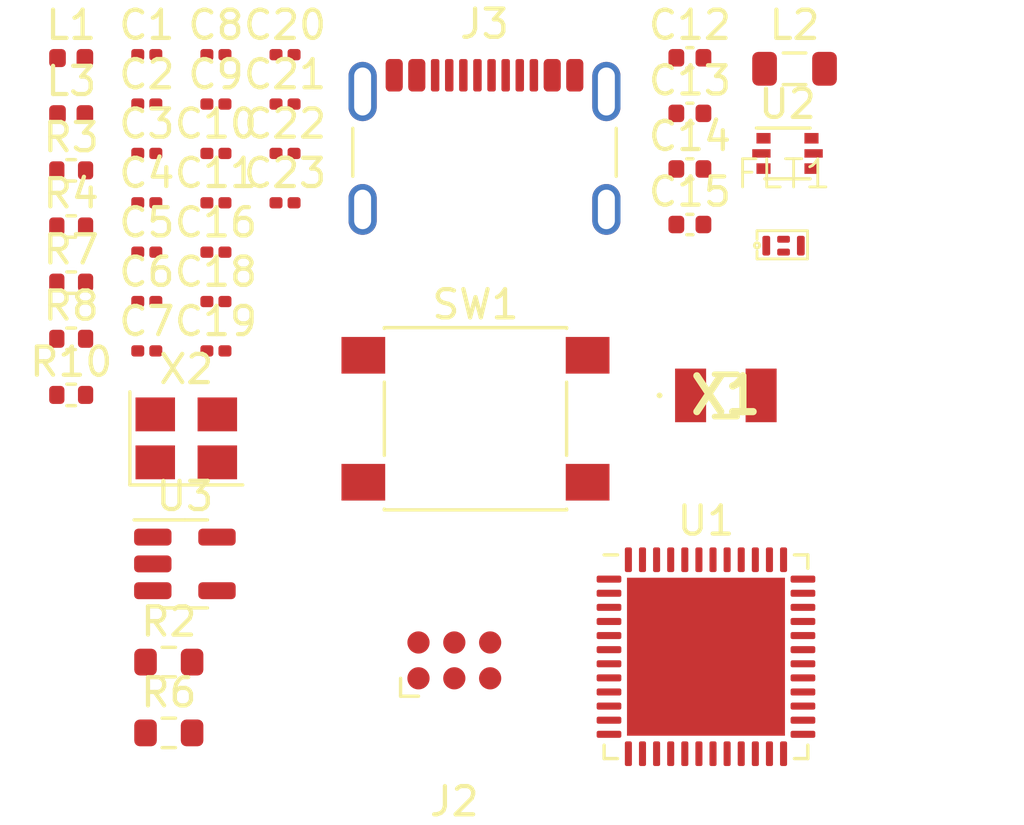
<source format=kicad_pcb>
(kicad_pcb (version 20221018) (generator pcbnew)
  (layers (0 "F.Cu" signal) (31 "B.Cu" signal) (34 "B.Paste" user) (35 "F.Paste" user) (36 "B.SilkS" user "B.Silkscreen") (37 "F.SilkS" user "F.Silkscreen") (38 "B.Mask" user) (39 "F.Mask" user) (44 "Edge.Cuts" user))
  (net 0 "")
  (net 1 "BNO_BOOTN")
  (net 2 "NRST")
  (net 3 "/SMPSFB")
  (net 4 "/LSE_OUT")
  (net 5 "/LSE_IN")
  (net 6 "RF1")
  (net 7 "Net-(C15-Pad1)")
  (net 8 "Net-(U1-NRST)")
  (net 9 "Net-(U2-VBUS)")
  (net 10 "Net-(U5-CAP)")
  (net 11 "Net-(J2-SWDIO)")
  (net 12 "Net-(J2-SWCLK)")
  (net 13 "Net-(J2-SWO)")
  (net 14 "Net-(J3-CC1)")
  (net 15 "Net-(J3-D+-PadA6)")
  (net 16 "Net-(J3-D--PadA7)")
  (net 18 "Net-(J3-CC2)")
  (net 20 "/SMPSLX")
  (net 21 "/SMPSLXL")
  (net 22 "/BOOT_0")
  (net 23 "I2C1_SCL")
  (net 24 "I2C1_SDA")
  (net 25 "Net-(U5-~{BOOT})")
  (net 27 "BNO_NRST")
  (net 28 "BNO_NINT")
  (net 36 "/HSE_OUT")
  (net 37 "/HSE_IN")
  (net 44 "USB_D-")
  (net 45 "USB_D+")
  (footprint "Capacitor_SMD:C_0201_0603Metric" (layer "F.Cu") (at 18.07 21.1125)
    (fp_text reference "C4" (at 0 -1.05) (layer "F.SilkS"))
    (fp_text value "100n")
    (pad "1" smd roundrect (at -0.32 0) (size 0.46 0.4) (layers "F.Cu" "F.Mask") (net 1 "BNO_BOOTN"))
    (pad "2" smd roundrect (at 0.32 0) (size 0.46 0.4) (layers "F.Cu" "F.Mask") (net 2 "NRST"))
  )
  (footprint "Resistor_SMD:R_0402_1005Metric" (layer "F.Cu") (at 15.39 27.9225)
    (fp_text reference "R10" (at 0 -1.17) (layer "F.SilkS"))
    (fp_text value "10k")
    (fp_line (start -0.153641 -0.38) (end 0.153641 -0.38) (stroke (width 0.12)) (layer "F.SilkS"))
    (fp_line (start -0.153641 0.38) (end 0.153641 0.38) (stroke (width 0.12)) (layer "F.SilkS"))
    (pad "1" smd roundrect (at -0.51 0) (size 0.54 0.64) (layers "F.Cu" "F.Paste" "F.Mask") (net 25 "Net-(U5-~{BOOT})"))
    (pad "2" smd roundrect (at 0.51 0) (size 0.54 0.64) (layers "F.Cu" "F.Paste" "F.Mask") (net 1 "BNO_BOOTN"))
  )
  (footprint "Package_TO_SOT_SMD:SOT-666" (layer "F.Cu") (at 40.78 19.3625)
    (fp_text reference "U2" (at 0 -1.75) (layer "F.SilkS"))
    (fp_text value "USBLC6-2P6")
    (fp_line (start -0.8 0.9) (end 0.8 0.9) (stroke (width 0.12)) (layer "F.SilkS"))
    (fp_line (start 0.8 -0.9) (end -1.1 -0.9) (stroke (width 0.12)) (layer "F.SilkS"))
    (pad "1" smd rect (at -0.85 -0.5375) (size 0.5 0.375) (layers "F.Cu" "F.Paste" "F.Mask") (net 16 "Net-(J3-D--PadA7)"))
    (pad "2" smd rect (at -0.925 0) (size 0.65 0.3) (layers "F.Cu" "F.Paste" "F.Mask") (net 2 "NRST"))
    (pad "3" smd rect (at -0.85 0.5375) (size 0.5 0.375) (layers "F.Cu" "F.Paste" "F.Mask") (net 15 "Net-(J3-D+-PadA6)"))
    (pad "4" smd rect (at 0.85 0.5375) (size 0.5 0.375) (layers "F.Cu" "F.Paste" "F.Mask") (net 45 "USB_D+"))
    (pad "5" smd rect (at 0.925 0) (size 0.65 0.3) (layers "F.Cu" "F.Paste" "F.Mask") (net 9 "Net-(U2-VBUS)"))
    (pad "6" smd rect (at 0.85 -0.5375) (size 0.5 0.375) (layers "F.Cu" "F.Paste" "F.Mask") (net 44 "USB_D-"))
  )
  (footprint "Inductor_SMD:L_0805_2012Metric" (layer "F.Cu") (at 41.03 16.3625)
    (fp_text reference "L2" (at 0 -1.55) (layer "F.SilkS"))
    (fp_text value "10u")
    (fp_line (start -0.399622 -0.56) (end 0.399622 -0.56) (stroke (width 0.12)) (layer "F.SilkS"))
    (fp_line (start -0.399622 0.56) (end 0.399622 0.56) (stroke (width 0.12)) (layer "F.SilkS"))
    (pad "1" smd roundrect (at -1.0625 0) (size 0.875 1.2) (layers "F.Cu" "F.Paste" "F.Mask") (net 21 "/SMPSLXL"))
    (pad "2" smd roundrect (at 1.0625 0) (size 0.875 1.2) (layers "F.Cu" "F.Paste" "F.Mask") (net 3 "/SMPSFB"))
  )
  (footprint "Capacitor_SMD:C_0201_0603Metric" (layer "F.Cu") (at 18.07 24.6125)
    (fp_text reference "C6" (at 0 -1.05) (layer "F.SilkS"))
    (fp_text value "100n")
    (pad "1" smd roundrect (at -0.32 0) (size 0.46 0.4) (layers "F.Cu" "F.Mask") (net 1 "BNO_BOOTN"))
    (pad "2" smd roundrect (at 0.32 0) (size 0.46 0.4) (layers "F.Cu" "F.Mask") (net 2 "NRST"))
  )
  (footprint "Capacitor_SMD:C_0201_0603Metric" (layer "F.Cu") (at 18.07 15.8625)
    (fp_text reference "C1" (at 0 -1.05) (layer "F.SilkS"))
    (fp_text value "100n")
    (pad "1" smd roundrect (at -0.32 0) (size 0.46 0.4) (layers "F.Cu" "F.Mask") (net 1 "BNO_BOOTN"))
    (pad "2" smd roundrect (at 0.32 0) (size 0.46 0.4) (layers "F.Cu" "F.Mask") (net 2 "NRST"))
  )
  (footprint "Inductor_SMD:L_0402_1005Metric" (layer "F.Cu") (at 15.39 17.9725)
    (fp_text reference "L3" (at 0 -1.17) (layer "F.SilkS"))
    (fp_text value "2n7")
    (pad "1" smd roundrect (at -0.485 0) (size 0.59 0.64) (layers "F.Cu" "F.Paste" "F.Mask") (net 6 "RF1"))
    (pad "2" smd roundrect (at 0.485 0) (size 0.59 0.64) (layers "F.Cu" "F.Paste" "F.Mask") (net 7 "Net-(C15-Pad1)"))
  )
  (footprint "830009678:830009678" (layer "F.Cu") (at 38.595 27.94)
    (fp_text reference "X1" (at 0 0) (layer "F.SilkS") (effects (font (size 1.27 1.27) (thickness 0.254))))
    (fp_text value "32KHz768" hide)
    (fp_line (start -2.4 0) (end -2.4 0) (stroke (width 0.1)) (layer "F.SilkS"))
    (fp_line (start -2.3 0) (end -2.3 0) (stroke (width 0.1)) (layer "F.SilkS"))
    (fp_line (start -0.4 -0.75) (end 0.4 -0.75) (stroke (width 0.2)) (layer "F.SilkS"))
    (fp_line (start -0.4 0.75) (end 0.4 0.75) (stroke (width 0.2)) (layer "F.SilkS"))
    (fp_arc (start -2.4 0) (mid -2.35 -0.05) (end -2.3 0) (stroke (width 0.1)) (layer "F.SilkS"))
    (fp_arc (start -2.3 0) (mid -2.35 0.05) (end -2.4 0) (stroke (width 0.1)) (layer "F.SilkS"))
    (pad "1" smd rect (at -1.25 0) (size 1.1 1.9) (layers "F.Cu" "F.Paste" "F.Mask") (net 4 "/LSE_OUT"))
    (pad "2" smd rect (at 1.25 0) (size 1.1 1.9) (layers "F.Cu" "F.Paste" "F.Mask") (net 5 "/LSE_IN"))
  )
  (footprint "Resistor_SMD:R_0402_1005Metric" (layer "F.Cu") (at 15.39 21.9525)
    (fp_text reference "R4" (at 0 -1.17) (layer "F.SilkS"))
    (fp_text value "5k1")
    (fp_line (start -0.153641 -0.38) (end 0.153641 -0.38) (stroke (width 0.12)) (layer "F.SilkS"))
    (fp_line (start -0.153641 0.38) (end 0.153641 0.38) (stroke (width 0.12)) (layer "F.SilkS"))
    (pad "1" smd roundrect (at -0.51 0) (size 0.54 0.64) (layers "F.Cu" "F.Paste" "F.Mask") (net 14 "Net-(J3-CC1)"))
    (pad "2" smd roundrect (at 0.51 0) (size 0.54 0.64) (layers "F.Cu" "F.Paste" "F.Mask") (net 2 "NRST"))
  )
  (footprint "Capacitor_SMD:C_0201_0603Metric" (layer "F.Cu") (at 22.97 15.8625)
    (fp_text reference "C20" (at 0 -1.05) (layer "F.SilkS"))
    (fp_text value "0u1")
    (pad "1" smd roundrect (at -0.32 0) (size 0.46 0.4) (layers "F.Cu" "F.Mask") (net 1 "BNO_BOOTN"))
    (pad "2" smd roundrect (at 0.32 0) (size 0.46 0.4) (layers "F.Cu" "F.Mask") (net 2 "NRST"))
  )
  (footprint "Capacitor_SMD:C_0402_1005Metric" (layer "F.Cu") (at 37.32 21.8825)
    (fp_text reference "C15" (at 0 -1.16) (layer "F.SilkS"))
    (fp_text value "0p3")
    (fp_line (start -0.107836 -0.36) (end 0.107836 -0.36) (stroke (width 0.12)) (layer "F.SilkS"))
    (fp_line (start -0.107836 0.36) (end 0.107836 0.36) (stroke (width 0.12)) (layer "F.SilkS"))
    (pad "1" smd roundrect (at -0.48 0) (size 0.56 0.62) (layers "F.Cu" "F.Paste" "F.Mask") (net 7 "Net-(C15-Pad1)"))
    (pad "2" smd roundrect (at 0.48 0) (size 0.56 0.62) (layers "F.Cu" "F.Paste" "F.Mask") (net 2 "NRST"))
  )
  (footprint "Resistor_SMD:R_0402_1005Metric" (layer "F.Cu") (at 15.39 19.9625)
    (fp_text reference "R3" (at 0 -1.17) (layer "F.SilkS"))
    (fp_text value "5k1")
    (fp_line (start -0.153641 -0.38) (end 0.153641 -0.38) (stroke (width 0.12)) (layer "F.SilkS"))
    (fp_line (start -0.153641 0.38) (end 0.153641 0.38) (stroke (width 0.12)) (layer "F.SilkS"))
    (pad "1" smd roundrect (at -0.51 0) (size 0.54 0.64) (layers "F.Cu" "F.Paste" "F.Mask") (net 18 "Net-(J3-CC2)"))
    (pad "2" smd roundrect (at 0.51 0) (size 0.54 0.64) (layers "F.Cu" "F.Paste" "F.Mask") (net 2 "NRST"))
  )
  (footprint "Capacitor_SMD:C_0201_0603Metric" (layer "F.Cu") (at 20.52 22.8625)
    (fp_text reference "C16" (at 0 -1.05) (layer "F.SilkS"))
    (fp_text value "100n")
    (pad "1" smd roundrect (at -0.32 0) (size 0.46 0.4) (layers "F.Cu" "F.Mask") (net 8 "Net-(U1-NRST)"))
    (pad "2" smd roundrect (at 0.32 0) (size 0.46 0.4) (layers "F.Cu" "F.Mask") (net 2 "NRST"))
  )
  (footprint "Capacitor_SMD:C_0201_0603Metric" (layer "F.Cu") (at 20.52 21.1125)
    (fp_text reference "C11" (at 0 -1.05) (layer "F.SilkS"))
    (fp_text value "4u7")
    (pad "1" smd roundrect (at -0.32 0) (size 0.46 0.4) (layers "F.Cu" "F.Mask") (net 3 "/SMPSFB"))
    (pad "2" smd roundrect (at 0.32 0) (size 0.46 0.4) (layers "F.Cu" "F.Mask") (net 2 "NRST"))
  )
  (footprint "Capacitor_SMD:C_0402_1005Metric" (layer "F.Cu") (at 37.32 17.9425)
    (fp_text reference "C13" (at 0 -1.16) (layer "F.SilkS"))
    (fp_text value "10p")
    (fp_line (start -0.107836 -0.36) (end 0.107836 -0.36) (stroke (width 0.12)) (layer "F.SilkS"))
    (fp_line (start -0.107836 0.36) (end 0.107836 0.36) (stroke (width 0.12)) (layer "F.SilkS"))
    (pad "1" smd roundrect (at -0.48 0) (size 0.56 0.62) (layers "F.Cu" "F.Paste" "F.Mask") (net 5 "/LSE_IN"))
    (pad "2" smd roundrect (at 0.48 0) (size 0.56 0.62) (layers "F.Cu" "F.Paste" "F.Mask") (net 2 "NRST"))
  )
  (footprint "Connector_USB:USB_C_Receptacle_GCT_USB4105-xx-A_16P_TopMnt_Horizontal" (layer "F.Cu") (at 30.04 20.2725)
    (fp_text reference "J3" (at 0 -5.5 unlocked) (layer "F.SilkS"))
    (fp_text value "USB_C_Receptacle_USB2.0")
    (fp_line (start -4.67 -0.1) (end -4.67 -1.8) (stroke (width 0.12)) (layer "F.SilkS"))
    (fp_line (start 4.67 -0.1) (end 4.67 -1.8) (stroke (width 0.12)) (layer "F.SilkS"))
    (pad "" np_thru_hole circle (at -2.89 -2.605) (size 0.65 0.65) (drill 0.65) (layers "F&B.Cu" "*.Mask"))
    (pad "" np_thru_hole circle (at 2.89 -2.605) (size 0.65 0.65) (drill 0.65) (layers "F&B.Cu" "*.Mask"))
    (pad "A1" smd roundrect (at -3.2 -3.68) (size 0.6 1.15) (layers "F.Cu" "F.Paste" "F.Mask") (net 2 "NRST"))
    (pad "A4" smd roundrect (at -2.4 -3.68) (size 0.6 1.15) (layers "F.Cu" "F.Paste" "F.Mask") (net 9 "Net-(U2-VBUS)"))
    (pad "A5" smd roundrect (at -1.25 -3.68) (size 0.3 1.15) (layers "F.Cu" "F.Paste" "F.Mask") (net 14 "Net-(J3-CC1)"))
    (pad "A6" smd roundrect (at -0.25 -3.68) (size 0.3 1.15) (layers "F.Cu" "F.Paste" "F.Mask") (net 15 "Net-(J3-D+-PadA6)"))
    (pad "A7" smd roundrect (at 0.25 -3.68) (size 0.3 1.15) (layers "F.Cu" "F.Paste" "F.Mask") (net 16 "Net-(J3-D--PadA7)"))
    (pad "A8" smd roundrect (at 1.25 -3.68) (size 0.3 1.15) (layers "F.Cu" "F.Paste" "F.Mask"))
    (pad "A9" smd roundrect (at 2.4 -3.68) (size 0.6 1.15) (layers "F.Cu" "F.Paste" "F.Mask") (net 9 "Net-(U2-VBUS)"))
    (pad "A12" smd roundrect (at 3.2 -3.68) (size 0.6 1.15) (layers "F.Cu" "F.Paste" "F.Mask") (net 2 "NRST"))
    (pad "B1" smd roundrect (at 3.2 -3.68) (size 0.6 1.15) (layers "F.Cu" "F.Paste" "F.Mask") (net 2 "NRST"))
    (pad "B4" smd roundrect (at 2.4 -3.68) (size 0.6 1.15) (layers "F.Cu" "F.Paste" "F.Mask") (net 9 "Net-(U2-VBUS)"))
    (pad "B5" smd roundrect (at 1.75 -3.68) (size 0.3 1.15) (layers "F.Cu" "F.Paste" "F.Mask") (net 18 "Net-(J3-CC2)"))
    (pad "B6" smd roundrect (at 0.75 -3.68) (size 0.3 1.15) (layers "F.Cu" "F.Paste" "F.Mask") (net 15 "Net-(J3-D+-PadA6)"))
    (pad "B7" smd roundrect (at -0.75 -3.68) (size 0.3 1.15) (layers "F.Cu" "F.Paste" "F.Mask") (net 16 "Net-(J3-D--PadA7)"))
    (pad "B8" smd roundrect (at -1.75 -3.68) (size 0.3 1.15) (layers "F.Cu" "F.Paste" "F.Mask"))
    (pad "B9" smd roundrect (at -2.4 -3.68) (size 0.6 1.15) (layers "F.Cu" "F.Paste" "F.Mask") (net 9 "Net-(U2-VBUS)"))
    (pad "B12" smd roundrect (at -3.2 -3.68) (size 0.6 1.15) (layers "F.Cu" "F.Paste" "F.Mask") (net 2 "NRST"))
    (pad "S1" thru_hole oval (at -4.32 -3.105) (size 1 2.1) (drill oval 0.6 1.7) (layers "*.Cu" "*.Mask" "F.Paste") (net 2 "NRST"))
    (pad "S1" thru_hole oval (at -4.32 1.075) (size 1 1.8) (drill oval 0.6 1.4) (layers "*.Cu" "*.Mask" "F.Paste") (net 2 "NRST"))
    (pad "S1" thru_hole oval (at 4.32 -3.105) (size 1 2.1) (drill oval 0.6 1.7) (layers "*.Cu" "*.Mask" "F.Paste") (net 2 "NRST"))
    (pad "S1" thru_hole oval (at 4.32 1.075) (size 1 1.8) (drill oval 0.6 1.4) (layers "*.Cu" "*.Mask" "F.Paste") (net 2 "NRST"))
  )
  (footprint "Resistor_SMD:R_0402_1005Metric" (layer "F.Cu") (at 15.39 25.9325)
    (fp_text reference "R8" (at 0 -1.17) (layer "F.SilkS"))
    (fp_text value "2k2")
    (fp_line (start -0.153641 -0.38) (end 0.153641 -0.38) (stroke (width 0.12)) (layer "F.SilkS"))
    (fp_line (start -0.153641 0.38) (end 0.153641 0.38) (stroke (width 0.12)) (layer "F.SilkS"))
    (pad "1" smd roundrect (at -0.51 0) (size 0.54 0.64) (layers "F.Cu" "F.Paste" "F.Mask") (net 1 "BNO_BOOTN"))
    (pad "2" smd roundrect (at 0.51 0) (size 0.54 0.64) (layers "F.Cu" "F.Paste" "F.Mask") (net 24 "I2C1_SDA"))
  )
  (footprint "Resistor_SMD:R_0603_1608Metric" (layer "F.Cu") (at 18.85 37.3925)
    (fp_text reference "R2" (at 0 -1.43) (layer "F.SilkS"))
    (fp_text value "1k")
    (fp_line (start -0.237258 -0.5225) (end 0.237258 -0.5225) (stroke (width 0.12)) (layer "F.SilkS"))
    (fp_line (start -0.237258 0.5225) (end 0.237258 0.5225) (stroke (width 0.12)) (layer "F.SilkS"))
    (pad "1" smd roundrect (at -0.825 0) (size 0.8 0.95) (layers "F.Cu" "F.Paste" "F.Mask") (net 2 "NRST"))
    (pad "2" smd roundrect (at 0.825 0) (size 0.8 0.95) (layers "F.Cu" "F.Paste" "F.Mask") (net 22 "/BOOT_0"))
  )
  (footprint "Capacitor_SMD:C_0201_0603Metric" (layer "F.Cu") (at 18.07 17.6125)
    (fp_text reference "C2" (at 0 -1.05) (layer "F.SilkS"))
    (fp_text value "100n")
    (pad "1" smd roundrect (at -0.32 0) (size 0.46 0.4) (layers "F.Cu" "F.Mask") (net 1 "BNO_BOOTN"))
    (pad "2" smd roundrect (at 0.32 0) (size 0.46 0.4) (layers "F.Cu" "F.Mask") (net 2 "NRST"))
  )
  (footprint "Connector:Tag-Connect_TC2030-IDC-FP_2x03_P1.27mm_Vertical" (layer "F.Cu") (at 28.97 37.3325)
    (fp_text reference "J2" (at 0 5) (layer "F.SilkS"))
    (fp_text value "Conn_ARM_SWD_TagConnect_TC2030")
    (fp_line (start -1.905 1.27) (end -1.905 0.635) (stroke (width 0.12)) (layer "F.SilkS"))
    (fp_line (start -1.27 1.27) (end -1.905 1.27) (stroke (width 0.12)) (layer "F.SilkS"))
    (pad "" np_thru_hole circle (at -2.54 -2.54) (size 2.3749 2.3749) (drill 2.3749) (layers "*.Cu" "*.Mask"))
    (pad "" np_thru_hole circle (at -2.54 0) (size 0.9906 0.9906) (drill 0.9906) (layers "*.Cu" "*.Mask"))
    (pad "" np_thru_hole circle (at -2.54 2.54) (size 2.3749 2.3749) (drill 2.3749) (layers "*.Cu" "*.Mask"))
    (pad "" np_thru_hole circle (at 0.635 -2.54) (size 2.3749 2.3749) (drill 2.3749) (layers "*.Cu" "*.Mask"))
    (pad "" np_thru_hole circle (at 0.635 2.54) (size 2.3749 2.3749) (drill 2.3749) (layers "*.Cu" "*.Mask"))
    (pad "" np_thru_hole circle (at 2.54 -1.016) (size 0.9906 0.9906) (drill 0.9906) (layers "*.Cu" "*.Mask"))
    (pad "" np_thru_hole circle (at 2.54 1.016) (size 0.9906 0.9906) (drill 0.9906) (layers "*.Cu" "*.Mask"))
    (pad "1" connect circle (at -1.27 0.635) (size 0.7874 0.7874) (layers "F.Cu" "F.Mask") (net 1 "BNO_BOOTN"))
    (pad "2" connect circle (at -1.27 -0.635) (size 0.7874 0.7874) (layers "F.Cu" "F.Mask") (net 11 "Net-(J2-SWDIO)"))
    (pad "3" connect circle (at 0 0.635) (size 0.7874 0.7874) (layers "F.Cu" "F.Mask") (net 2 "NRST"))
    (pad "4" connect circle (at 0 -0.635) (size 0.7874 0.7874) (layers "F.Cu" "F.Mask") (net 12 "Net-(J2-SWCLK)"))
    (pad "5" connect circle (at 1.27 0.635) (size 0.7874 0.7874) (layers "F.Cu" "F.Mask") (net 2 "NRST"))
    (pad "6" connect circle (at 1.27 -0.635) (size 0.7874 0.7874) (layers "F.Cu" "F.Mask") (net 13 "Net-(J2-SWO)"))
  )
  (footprint "Button_Switch_SMD:SW_Push_1P1T_NO_6x6mm_H9.5mm" (layer "F.Cu") (at 29.72 28.7675)
    (fp_text reference "SW1" (at 0 -4.05) (layer "F.SilkS"))
    (fp_text value "SW_Push")
    (fp_line (start -3.23 -3.23) (end 3.23 -3.23) (stroke (width 0.12)) (layer "F.SilkS"))
    (fp_line (start -3.23 -3.2) (end -3.23 -3.23) (stroke (width 0.12)) (layer "F.SilkS"))
    (fp_line (start -3.23 -1.3) (end -3.23 1.3) (stroke (width 0.12)) (layer "F.SilkS"))
    (fp_line (start -3.23 3.23) (end -3.23 3.2) (stroke (width 0.12)) (layer "F.SilkS"))
    (fp_line (start -3.23 3.23) (end 3.23 3.23) (stroke (width 0.12)) (layer "F.SilkS"))
    (fp_line (start 3.23 -3.23) (end 3.23 -3.2) (stroke (width 0.12)) (layer "F.SilkS"))
    (fp_line (start 3.23 -1.3) (end 3.23 1.3) (stroke (width 0.12)) (layer "F.SilkS"))
    (fp_line (start 3.23 3.23) (end 3.23 3.2) (stroke (width 0.12)) (layer "F.SilkS"))
    (pad "1" smd rect (at -3.975 -2.25) (size 1.55 1.3) (layers "F.Cu" "F.Paste" "F.Mask") (net 22 "/BOOT_0"))
    (pad "1" smd rect (at 3.975 -2.25) (size 1.55 1.3) (layers "F.Cu" "F.Paste" "F.Mask") (net 22 "/BOOT_0"))
    (pad "2" smd rect (at -3.975 2.25) (size 1.55 1.3) (layers "F.Cu" "F.Paste" "F.Mask") (net 1 "BNO_BOOTN"))
    (pad "2" smd rect (at 3.975 2.25) (size 1.55 1.3) (layers "F.Cu" "F.Paste" "F.Mask") (net 1 "BNO_BOOTN"))
  )
  (footprint "Capacitor_SMD:C_0201_0603Metric" (layer "F.Cu") (at 20.52 24.6125)
    (fp_text reference "C18" (at 0 -1.05) (layer "F.SilkS"))
    (fp_text value "4u7")
    (pad "1" smd roundrect (at -0.32 0) (size 0.46 0.4) (layers "F.Cu" "F.Mask") (net 9 "Net-(U2-VBUS)"))
    (pad "2" smd roundrect (at 0.32 0) (size 0.46 0.4) (layers "F.Cu" "F.Mask") (net 2 "NRST"))
  )
  (footprint "Capacitor_SMD:C_0201_0603Metric" (layer "F.Cu") (at 22.97 17.6125)
    (fp_text reference "C21" (at 0 -1.05) (layer "F.SilkS"))
    (fp_text value "0u1")
    (pad "1" smd roundrect (at -0.32 0) (size 0.46 0.4) (layers "F.Cu" "F.Mask") (net 1 "BNO_BOOTN"))
    (pad "2" smd roundrect (at 0.32 0) (size 0.46 0.4) (layers "F.Cu" "F.Mask") (net 2 "NRST"))
  )
  (footprint "Capacitor_SMD:C_0201_0603Metric" (layer "F.Cu") (at 20.52 19.3625)
    (fp_text reference "C10" (at 0 -1.05) (layer "F.SilkS"))
    (fp_text value "100n")
    (pad "1" smd roundrect (at -0.32 0) (size 0.46 0.4) (layers "F.Cu" "F.Mask") (net 1 "BNO_BOOTN"))
    (pad "2" smd roundrect (at 0.32 0) (size 0.46 0.4) (layers "F.Cu" "F.Mask") (net 2 "NRST"))
  )
  (footprint "Capacitor_SMD:C_0201_0603Metric" (layer "F.Cu") (at 20.52 26.3625)
    (fp_text reference "C19" (at 0 -1.05) (layer "F.SilkS"))
    (fp_text value "4u7")
    (pad "1" smd roundrect (at -0.32 0) (size 0.46 0.4) (layers "F.Cu" "F.Mask") (net 1 "BNO_BOOTN"))
    (pad "2" smd roundrect (at 0.32 0) (size 0.46 0.4) (layers "F.Cu" "F.Mask") (net 2 "NRST"))
  )
  (footprint "Capacitor_SMD:C_0201_0603Metric" (layer "F.Cu") (at 20.52 15.8625)
    (fp_text reference "C8" (at 0 -1.05) (layer "F.SilkS"))
    (fp_text value "100n")
    (pad "1" smd roundrect (at -0.32 0) (size 0.46 0.4) (layers "F.Cu" "F.Mask") (net 1 "BNO_BOOTN"))
    (pad "2" smd roundrect (at 0.32 0) (size 0.46 0.4) (layers "F.Cu" "F.Mask") (net 2 "NRST"))
  )
  (footprint "Package_DFN_QFN:QFN-48-1EP_7x7mm_P0.5mm_EP5.6x5.6mm" (layer "F.Cu") (at 37.89 37.2025)
    (fp_text reference "U1" (at 0 -4.82) (layer "F.SilkS"))
    (fp_text value "STM32WB55CEUx")
    (fp_line (start -3.61 3.61) (end -3.61 3.135) (stroke (width 0.12)) (layer "F.SilkS"))
    (fp_line (start -3.135 -3.61) (end -3.61 -3.61) (stroke (width 0.12)) (layer "F.SilkS"))
    (fp_line (start -3.135 3.61) (end -3.61 3.61) (stroke (width 0.12)) (layer "F.SilkS"))
    (fp_line (start 3.135 -3.61) (end 3.61 -3.61) (stroke (width 0.12)) (layer "F.SilkS"))
    (fp_line (start 3.135 3.61) (end 3.61 3.61) (stroke (width 0.12)) (layer "F.SilkS"))
    (fp_line (start 3.61 -3.61) (end 3.61 -3.135) (stroke (width 0.12)) (layer "F.SilkS"))
    (fp_line (start 3.61 3.61) (end 3.61 3.135) (stroke (width 0.12)) (layer "F.SilkS"))
    (pad "1" smd roundrect (at -3.4375 -2.75) (size 0.875 0.25) (layers "F.Cu" "F.Paste" "F.Mask") (net 1 "BNO_BOOTN"))
    (pad "2" smd roundrect (at -3.4375 -2.25) (size 0.875 0.25) (layers "F.Cu" "F.Paste" "F.Mask") (net 5 "/LSE_IN"))
    (pad "3" smd roundrect (at -3.4375 -1.75) (size 0.875 0.25) (layers "F.Cu" "F.Paste" "F.Mask") (net 4 "/LSE_OUT"))
    (pad "4" smd roundrect (at -3.4375 -1.25) (size 0.875 0.25) (layers "F.Cu" "F.Paste" "F.Mask") (net 22 "/BOOT_0"))
    (pad "5" smd roundrect (at -3.4375 -0.75) (size 0.875 0.25) (layers "F.Cu" "F.Paste" "F.Mask") (net 23 "I2C1_SCL"))
    (pad "6" smd roundrect (at -3.4375 -0.25) (size 0.875 0.25) (layers "F.Cu" "F.Paste" "F.Mask") (net 24 "I2C1_SDA"))
    (pad "7" smd roundrect (at -3.4375 0.25) (size 0.875 0.25) (layers "F.Cu" "F.Paste" "F.Mask") (net 8 "Net-(U1-NRST)"))
    (pad "8" smd roundrect (at -3.4375 0.75) (size 0.875 0.25) (layers "F.Cu" "F.Paste" "F.Mask") (net 1 "BNO_BOOTN"))
    (pad "9" smd roundrect (at -3.4375 1.25) (size 0.875 0.25) (layers "F.Cu" "F.Paste" "F.Mask"))
    (pad "10" smd roundrect (at -3.4375 1.75) (size 0.875 0.25) (layers "F.Cu" "F.Paste" "F.Mask") (net 1 "BNO_BOOTN"))
    (pad "11" smd roundrect (at -3.4375 2.25) (size 0.875 0.25) (layers "F.Cu" "F.Paste" "F.Mask") (net 27 "BNO_NRST"))
    (pad "12" smd roundrect (at -3.4375 2.75) (size 0.875 0.25) (layers "F.Cu" "F.Paste" "F.Mask") (net 28 "BNO_NINT"))
    (pad "13" smd roundrect (at -2.75 3.4375) (size 0.25 0.875) (layers "F.Cu" "F.Paste" "F.Mask"))
    (pad "14" smd roundrect (at -2.25 3.4375) (size 0.25 0.875) (layers "F.Cu" "F.Paste" "F.Mask"))
    (pad "15" smd roundrect (at -1.75 3.4375) (size 0.25 0.875) (layers "F.Cu" "F.Paste" "F.Mask"))
    (pad "16" smd roundrect (at -1.25 3.4375) (size 0.25 0.875) (layers "F.Cu" "F.Paste" "F.Mask"))
    (pad "17" smd roundrect (at -0.75 3.4375) (size 0.25 0.875) (layers "F.Cu" "F.Paste" "F.Mask"))
    (pad "18" smd roundrect (at -0.25 3.4375) (size 0.25 0.875) (layers "F.Cu" "F.Paste" "F.Mask"))
    (pad "19" smd roundrect (at 0.25 3.4375) (size 0.25 0.875) (layers "F.Cu" "F.Paste" "F.Mask"))
    (pad "20" smd roundrect (at 0.75 3.4375) (size 0.25 0.875) (layers "F.Cu" "F.Paste" "F.Mask") (net 1 "BNO_BOOTN"))
    (pad "21" smd roundrect (at 1.25 3.4375) (size 0.25 0.875) (layers "F.Cu" "F.Paste" "F.Mask") (net 6 "RF1"))
    (pad "22" smd roundrect (at 1.75 3.4375) (size 0.25 0.875) (layers "F.Cu" "F.Paste" "F.Mask") (net 2 "NRST"))
    (pad "23" smd roundrect (at 2.25 3.4375) (size 0.25 0.875) (layers "F.Cu" "F.Paste" "F.Mask") (net 1 "BNO_BOOTN"))
    (pad "24" smd roundrect (at 2.75 3.4375) (size 0.25 0.875) (layers "F.Cu" "F.Paste" "F.Mask") (net 36 "/HSE_OUT"))
    (pad "25" smd roundrect (at 3.4375 2.75) (size 0.875 0.25) (layers "F.Cu" "F.Paste" "F.Mask") (net 37 "/HSE_IN"))
    (pad "26" smd roundrect (at 3.4375 2.25) (size 0.875 0.25) (layers "F.Cu" "F.Paste" "F.Mask"))
    (pad "27" smd roundrect (at 3.4375 1.75) (size 0.875 0.25) (layers "F.Cu" "F.Paste" "F.Mask"))
    (pad "28" smd roundrect (at 3.4375 1.25) (size 0.875 0.25) (layers "F.Cu" "F.Paste" "F.Mask"))
    (pad "29" smd roundrect (at 3.4375 0.75) (size 0.875 0.25) (layers "F.Cu" "F.Paste" "F.Mask"))
    (pad "30" smd roundrect (at 3.4375 0.25) (size 0.875 0.25) (layers "F.Cu" "F.Paste" "F.Mask"))
    (pad "31" smd roundrect (at 3.4375 -0.25) (size 0.875 0.25) (layers "F.Cu" "F.Paste" "F.Mask") (net 3 "/SMPSFB"))
    (pad "32" smd roundrect (at 3.4375 -0.75) (size 0.875 0.25) (layers "F.Cu" "F.Paste" "F.Mask") (net 2 "NRST"))
    (pad "33" smd roundrect (at 3.4375 -1.25) (size 0.875 0.25) (layers "F.Cu" "F.Paste" "F.Mask") (net 20 "/SMPSLX"))
    (pad "34" smd roundrect (at 3.4375 -1.75) (size 0.875 0.25) (layers "F.Cu" "F.Paste" "F.Mask") (net 1 "BNO_BOOTN"))
    (pad "35" smd roundrect (at 3.4375 -2.25) (size 0.875 0.25) (layers "F.Cu" "F.Paste" "F.Mask") (net 1 "BNO_BOOTN"))
    (pad "36" smd roundrect (at 3.4375 -2.75) (size 0.875 0.25) (layers "F.Cu" "F.Paste" "F.Mask"))
    (pad "37" smd roundrect (at 2.75 -3.4375) (size 0.25 0.875) (layers "F.Cu" "F.Paste" "F.Mask") (net 44 "USB_D-"))
    (pad "38" smd roundrect (at 2.25 -3.4375) (size 0.25 0.875) (layers "F.Cu" "F.Paste" "F.Mask") (net 45 "USB_D+"))
    (pad "39" smd roundrect (at 1.75 -3.4375) (size 0.25 0.875) (layers "F.Cu" "F.Paste" "F.Mask") (net 11 "Net-(J2-SWDIO)"))
    (pad "40" smd roundrect (at 1.25 -3.4375) (size 0.25 0.875) (layers "F.Cu" "F.Paste" "F.Mask") (net 1 "BNO_BOOTN"))
    (pad "41" smd roundrect (at 0.75 -3.4375) (size 0.25 0.875) (layers "F.Cu" "F.Paste" "F.Mask") (net 12 "Net-(J2-SWCLK)"))
    (pad "42" smd roundrect (at 0.25 -3.4375) (size 0.25 0.875) (layers "F.Cu" "F.Paste" "F.Mask"))
    (pad "43" smd roundrect (at -0.25 -3.4375) (size 0.25 0.875) (layers "F.Cu" "F.Paste" "F.Mask") (net 13 "Net-(J2-SWO)"))
    (pad "44" smd roundrect (at -0.75 -3.4375) (size 0.25 0.875) (layers "F.Cu" "F.Paste" "F.Mask"))
    (pad "45" smd roundrect (at -1.25 -3.4375) (size 0.25 0.875) (layers "F.Cu" "F.Paste" "F.Mask"))
    (pad "46" smd roundrect (at -1.75 -3.4375) (size 0.25 0.875) (layers "F.Cu" "F.Paste" "F.Mask"))
    (pad "47" smd roundrect (at -2.25 -3.4375) (size 0.25 0.875) (layers "F.Cu" "F.Paste" "F.Mask"))
    (pad "48" smd roundrect (at -2.75 -3.4375) (size 0.25 0.875) (layers "F.Cu" "F.Paste" "F.Mask") (net 1 "BNO_BOOTN"))
    (pad "49" smd rect (at 0 0) (size 5.6 5.6) (layers "F.Cu" "F.Mask") (net 2 "NRST"))
  )
  (footprint "Inductor_SMD:L_0402_1005Metric" (layer "F.Cu") (at 15.39 15.9825)
    (fp_text reference "L1" (at 0 -1.17) (layer "F.SilkS"))
    (fp_text value "10n")
    (pad "1" smd roundrect (at -0.485 0) (size 0.59 0.64) (layers "F.Cu" "F.Paste" "F.Mask") (net 20 "/SMPSLX"))
    (pad "2" smd roundrect (at 0.485 0) (size 0.59 0.64) (layers "F.Cu" "F.Paste" "F.Mask") (net 21 "/SMPSLXL"))
  )
  (footprint "Resistor_SMD:R_0603_1608Metric" (layer "F.Cu") (at 18.85 39.9025)
    (fp_text reference "R6" (at 0 -1.43) (layer "F.SilkS"))
    (fp_text value "0R")
    (fp_line (start -0.237258 -0.5225) (end 0.237258 -0.5225) (stroke (width 0.12)) (layer "F.SilkS"))
    (fp_line (start -0.237258 0.5225) (end 0.237258 0.5225) (stroke (width 0.12)) (layer "F.SilkS"))
    (pad "1" smd roundrect (at -0.825 0) (size 0.8 0.95) (layers "F.Cu" "F.Paste" "F.Mask") (net 2 "NRST"))
    (pad "2" smd roundrect (at 0.825 0) (size 0.8 0.95) (layers "F.Cu" "F.Paste" "F.Mask") (net 1 "BNO_BOOTN"))
  )
  (footprint "Capacitor_SMD:C_0201_0603Metric" (layer "F.Cu") (at 22.97 19.3625)
    (fp_text reference "C22" (at 0 -1.05) (layer "F.SilkS"))
    (fp_text value "0u1")
    (pad "1" smd roundrect (at -0.32 0) (size 0.46 0.4) (layers "F.Cu" "F.Mask") (net 10 "Net-(U5-CAP)"))
    (pad "2" smd roundrect (at 0.32 0) (size 0.46 0.4) (layers "F.Cu" "F.Mask") (net 2 "NRST"))
  )
  (footprint "Capacitor_SMD:C_0201_0603Metric" (layer "F.Cu") (at 20.52 17.6125)
    (fp_text reference "C9" (at 0 -1.05) (layer "F.SilkS"))
    (fp_text value "4u7")
    (pad "1" smd roundrect (at -0.32 0) (size 0.46 0.4) (layers "F.Cu" "F.Mask") (net 1 "BNO_BOOTN"))
    (pad "2" smd roundrect (at 0.32 0) (size 0.46 0.4) (layers "F.Cu" "F.Mask") (net 2 "NRST"))
  )
  (footprint "Capacitor_SMD:C_0402_1005Metric" (layer "F.Cu") (at 37.32 19.9125)
    (fp_text reference "C14" (at 0 -1.16) (layer "F.SilkS"))
    (fp_text value "0p8")
    (fp_line (start -0.107836 -0.36) (end 0.107836 -0.36) (stroke (width 0.12)) (layer "F.SilkS"))
    (fp_line (start -0.107836 0.36) (end 0.107836 0.36) (stroke (width 0.12)) (layer "F.SilkS"))
    (pad "1" smd roundrect (at -0.48 0) (size 0.56 0.62) (layers "F.Cu" "F.Paste" "F.Mask") (net 6 "RF1"))
    (pad "2" smd roundrect (at 0.48 0) (size 0.56 0.62) (layers "F.Cu" "F.Paste" "F.Mask") (net 2 "NRST"))
  )
  (footprint "Capacitor_SMD:C_0201_0603Metric" (layer "F.Cu") (at 18.07 19.3625)
    (fp_text reference "C3" (at 0 -1.05) (layer "F.SilkS"))
    (fp_text value "100n")
    (pad "1" smd roundrect (at -0.32 0) (size 0.46 0.4) (layers "F.Cu" "F.Mask") (net 1 "BNO_BOOTN"))
    (pad "2" smd roundrect (at 0.32 0) (size 0.46 0.4) (layers "F.Cu" "F.Mask") (net 2 "NRST"))
  )
  (footprint "Capacitor_SMD:C_0201_0603Metric" (layer "F.Cu") (at 22.97 21.1125)
    (fp_text reference "C23" (at 0 -1.05) (layer "F.SilkS"))
    (fp_text value "100p")
    (pad "1" smd roundrect (at -0.32 0) (size 0.46 0.4) (layers "F.Cu" "F.Mask") (net 1 "BNO_BOOTN"))
    (pad "2" smd roundrect (at 0.32 0) (size 0.46 0.4) (layers "F.Cu" "F.Mask") (net 2 "NRST"))
  )
  (footprint "Resistor_SMD:R_0402_1005Metric" (layer "F.Cu") (at 15.39 23.9425)
    (fp_text reference "R7" (at 0 -1.17) (layer "F.SilkS"))
    (fp_text value "2k2")
    (fp_line (start -0.153641 -0.38) (end 0.153641 -0.38) (stroke (width 0.12)) (layer "F.SilkS"))
    (fp_line (start -0.153641 0.38) (end 0.153641 0.38) (stroke (width 0.12)) (layer "F.SilkS"))
    (pad "1" smd roundrect (at -0.51 0) (size 0.54 0.64) (layers "F.Cu" "F.Paste" "F.Mask") (net 1 "BNO_BOOTN"))
    (pad "2" smd roundrect (at 0.51 0) (size 0.54 0.64) (layers "F.Cu" "F.Paste" "F.Mask") (net 23 "I2C1_SCL"))
  )
  (footprint "Capacitor_SMD:C_0201_0603Metric" (layer "F.Cu") (at 18.07 26.3625)
    (fp_text reference "C7" (at 0 -1.05) (layer "F.SilkS"))
    (fp_text value "4u7")
    (pad "1" smd roundrect (at -0.32 0) (size 0.46 0.4) (layers "F.Cu" "F.Mask") (net 1 "BNO_BOOTN"))
    (pad "2" smd roundrect (at 0.32 0) (size 0.46 0.4) (layers "F.Cu" "F.Mask") (net 2 "NRST"))
  )
  (footprint "Capacitor_SMD:C_0402_1005Metric" (layer "F.Cu") (at 37.32 15.9725)
    (fp_text reference "C12" (at 0 -1.16) (layer "F.SilkS"))
    (fp_text value "10p")
    (fp_line (start -0.107836 -0.36) (end 0.107836 -0.36) (stroke (width 0.12)) (layer "F.SilkS"))
    (fp_line (start -0.107836 0.36) (end 0.107836 0.36) (stroke (width 0.12)) (layer "F.SilkS"))
    (pad "1" smd roundrect (at -0.48 0) (size 0.56 0.62) (layers "F.Cu" "F.Paste" "F.Mask") (net 4 "/LSE_OUT"))
    (pad "2" smd roundrect (at 0.48 0) (size 0.56 0.62) (layers "F.Cu" "F.Paste" "F.Mask") (net 2 "NRST"))
  )
  (footprint "HW_MoveCritic_Footprints:DLF162500LT-5028A1" (layer "F.Cu") (at 40.64 22.6325)
    (fp_text reference "FLT1" (at 0 -2.54 unlocked) (layer "F.SilkS") (effects (font (thickness 0.1))))
    (fp_text value "DLF162500LT-5028A1")
    (fp_line (start -0.94 -0.53) (end 0.85 -0.53) (stroke (width 0.1)) (layer "F.SilkS"))
    (fp_line (start -0.94 -0.22) (end -0.94 -0.53) (stroke (width 0.1)) (layer "F.SilkS"))
    (fp_line (start -0.94 0.47) (end -0.94 0.19) (stroke (width 0.1)) (layer "F.SilkS"))
    (fp_line (start 0.85 -0.53) (end 0.85 0.47) (stroke (width 0.1)) (layer "F.SilkS"))
    (fp_line (start 0.85 0.47) (end -0.94 0.47) (stroke (width 0.1)) (layer "F.SilkS"))
    (fp_circle (center -0.94 -0.01) (end -0.93 0.03) (stroke (width 0.1)) (fill none) (layer "F.SilkS"))
    (pad "1" smd roundrect (at -0.6125 0) (size 0.275 0.7) (layers "F.Cu" "F.Paste" "F.Mask"))
    (pad "2" smd roundrect (at 0 -0.2275) (size 0.45 0.245) (layers "F.Cu" "F.Paste" "F.Mask"))
    (pad "2" smd roundrect (at 0 0.2275) (size 0.45 0.245) (layers "F.Cu" "F.Paste" "F.Mask"))
    (pad "3" smd roundrect (at 0.6125 0) (size 0.275 0.7) (layers "F.Cu" "F.Paste" "F.Mask"))
  )
  (footprint "Capacitor_SMD:C_0201_0603Metric" (layer "F.Cu") (at 18.07 22.8625)
    (fp_text reference "C5" (at 0 -1.05) (layer "F.SilkS"))
    (fp_text value "100n")
    (pad "1" smd roundrect (at -0.32 0) (size 0.46 0.4) (layers "F.Cu" "F.Mask") (net 1 "BNO_BOOTN"))
    (pad "2" smd roundrect (at 0.32 0) (size 0.46 0.4) (layers "F.Cu" "F.Mask") (net 2 "NRST"))
  )
  (footprint "Crystal:Crystal_SMD_TXC_7M-4Pin_3.2x2.5mm" (layer "F.Cu") (at 19.47 29.4625)
    (fp_text reference "X2" (at 0 -2.45) (layer "F.SilkS"))
    (fp_text value "32MHz")
    (fp_line (start -2 -1.65) (end -2 1.65) (stroke (width 0.12)) (layer "F.SilkS"))
    (fp_line (start -2 1.65) (end 2 1.65) (stroke (width 0.12)) (layer "F.SilkS"))
    (pad "1" smd rect (at -1.1 0.85) (size 1.4 1.2) (layers "F.Cu" "F.Paste" "F.Mask") (net 36 "/HSE_OUT"))
    (pad "2" smd rect (at 1.1 0.85) (size 1.4 1.2) (layers "F.Cu" "F.Paste" "F.Mask") (net 2 "NRST"))
    (pad "3" smd rect (at 1.1 -0.85) (size 1.4 1.2) (layers "F.Cu" "F.Paste" "F.Mask") (net 37 "/HSE_IN"))
    (pad "4" smd rect (at -1.1 -0.85) (size 1.4 1.2) (layers "F.Cu" "F.Paste" "F.Mask") (net 2 "NRST"))
  )
  (footprint "Package_TO_SOT_SMD:SOT-23-5" (layer "F.Cu") (at 19.42 33.9125)
    (fp_text reference "U3" (at 0 -2.4) (layer "F.SilkS"))
    (fp_text value "MIC5365-3.3YD5")
    (fp_line (start 0 -1.56) (end -1.8 -1.56) (stroke (width 0.12)) (layer "F.SilkS"))
    (fp_line (start 0 -1.56) (end 0.8 -1.56) (stroke (width 0.12)) (layer "F.SilkS"))
    (fp_line (start 0 1.56) (end -0.8 1.56) (stroke (width 0.12)) (layer "F.SilkS"))
    (fp_line (start 0 1.56) (end 0.8 1.56) (stroke (width 0.12)) (layer "F.SilkS"))
    (pad "1" smd roundrect (at -1.1375 -0.95) (size 1.325 0.6) (layers "F.Cu" "F.Paste" "F.Mask") (net 9 "Net-(U2-VBUS)"))
    (pad "2" smd roundrect (at -1.1375 0) (size 1.325 0.6) (layers "F.Cu" "F.Paste" "F.Mask") (net 2 "NRST"))
    (pad "3" smd roundrect (at -1.1375 0.95) (size 1.325 0.6) (layers "F.Cu" "F.Paste" "F.Mask") (net 9 "Net-(U2-VBUS)"))
    (pad "4" smd roundrect (at 1.1375 0.95) (size 1.325 0.6) (layers "F.Cu" "F.Paste" "F.Mask"))
    (pad "5" smd roundrect (at 1.1375 -0.95) (size 1.325 0.6) (layers "F.Cu" "F.Paste" "F.Mask") (net 1 "BNO_BOOTN"))
  )
)
</source>
